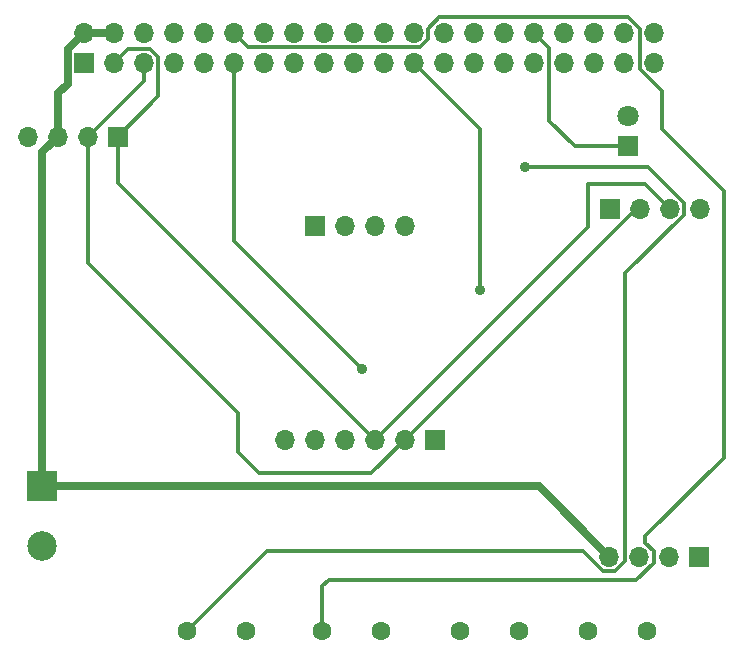
<source format=gtl>
G04 #@! TF.GenerationSoftware,KiCad,Pcbnew,(6.0.10-0)*
G04 #@! TF.CreationDate,2023-05-27T15:27:50-07:00*
G04 #@! TF.ProjectId,YonderDeep,596f6e64-6572-4446-9565-702e6b696361,rev?*
G04 #@! TF.SameCoordinates,Original*
G04 #@! TF.FileFunction,Copper,L1,Top*
G04 #@! TF.FilePolarity,Positive*
%FSLAX46Y46*%
G04 Gerber Fmt 4.6, Leading zero omitted, Abs format (unit mm)*
G04 Created by KiCad (PCBNEW (6.0.10-0)) date 2023-05-27 15:27:50*
%MOMM*%
%LPD*%
G01*
G04 APERTURE LIST*
G04 #@! TA.AperFunction,ComponentPad*
%ADD10R,2.500000X2.500000*%
G04 #@! TD*
G04 #@! TA.AperFunction,ComponentPad*
%ADD11C,2.500000*%
G04 #@! TD*
G04 #@! TA.AperFunction,ComponentPad*
%ADD12R,1.700000X1.700000*%
G04 #@! TD*
G04 #@! TA.AperFunction,ComponentPad*
%ADD13O,1.700000X1.700000*%
G04 #@! TD*
G04 #@! TA.AperFunction,ComponentPad*
%ADD14C,1.800000*%
G04 #@! TD*
G04 #@! TA.AperFunction,ComponentPad*
%ADD15R,1.800000X1.800000*%
G04 #@! TD*
G04 #@! TA.AperFunction,ComponentPad*
%ADD16C,1.600000*%
G04 #@! TD*
G04 #@! TA.AperFunction,ViaPad*
%ADD17C,0.900000*%
G04 #@! TD*
G04 #@! TA.AperFunction,Conductor*
%ADD18C,0.304800*%
G04 #@! TD*
G04 #@! TA.AperFunction,Conductor*
%ADD19C,0.635000*%
G04 #@! TD*
G04 APERTURE END LIST*
D10*
X104820000Y-84605000D03*
D11*
X104820000Y-89685000D03*
D12*
X111250000Y-55010000D03*
D13*
X108710000Y-55010000D03*
X106170000Y-55010000D03*
X103630000Y-55010000D03*
D14*
X154450000Y-53295000D03*
D15*
X154450000Y-55835000D03*
D16*
X151040000Y-96870000D03*
X156040000Y-96870000D03*
D12*
X160490000Y-90590000D03*
D13*
X157950000Y-90590000D03*
X155410000Y-90590000D03*
X152870000Y-90590000D03*
D12*
X127940000Y-62612381D03*
D13*
X130480000Y-62612381D03*
X133020000Y-62612381D03*
X135560000Y-62612381D03*
D16*
X140190000Y-96840000D03*
X145190000Y-96840000D03*
X117080000Y-96850000D03*
X122080000Y-96850000D03*
X128580000Y-96840000D03*
X133580000Y-96840000D03*
D12*
X152890000Y-61130000D03*
D13*
X155430000Y-61130000D03*
X157970000Y-61130000D03*
X160510000Y-61130000D03*
D12*
X138090000Y-80670000D03*
D13*
X135550000Y-80670000D03*
X133010000Y-80670000D03*
X130470000Y-80670000D03*
X127930000Y-80670000D03*
X125390000Y-80670000D03*
D12*
X108370000Y-48770000D03*
D13*
X108370000Y-46230000D03*
X110910000Y-48770000D03*
X110910000Y-46230000D03*
X113450000Y-48770000D03*
X113450000Y-46230000D03*
X115990000Y-48770000D03*
X115990000Y-46230000D03*
X118530000Y-48770000D03*
X118530000Y-46230000D03*
X121070000Y-48770000D03*
X121070000Y-46230000D03*
X123610000Y-48770000D03*
X123610000Y-46230000D03*
X126150000Y-48770000D03*
X126150000Y-46230000D03*
X128690000Y-48770000D03*
X128690000Y-46230000D03*
X131230000Y-48770000D03*
X131230000Y-46230000D03*
X133770000Y-48770000D03*
X133770000Y-46230000D03*
X136310000Y-48770000D03*
X136310000Y-46230000D03*
X138850000Y-48770000D03*
X138850000Y-46230000D03*
X141390000Y-48770000D03*
X141390000Y-46230000D03*
X143930000Y-48770000D03*
X143930000Y-46230000D03*
X146470000Y-48770000D03*
X146470000Y-46230000D03*
X149010000Y-48770000D03*
X149010000Y-46230000D03*
X151550000Y-48770000D03*
X151550000Y-46230000D03*
X154090000Y-48770000D03*
X154090000Y-46230000D03*
X156630000Y-48770000D03*
X156630000Y-46230000D03*
D17*
X145770000Y-57580000D03*
X141940000Y-67970000D03*
X131900000Y-74660000D03*
D18*
X154207600Y-90952851D02*
X154207600Y-66592851D01*
X152371949Y-91792400D02*
X153368051Y-91792400D01*
X156150000Y-57580000D02*
X145770000Y-57580000D01*
X150659549Y-90080000D02*
X152371949Y-91792400D01*
X154207600Y-66592851D02*
X159172400Y-61628051D01*
X159172400Y-61628051D02*
X159172400Y-60602400D01*
X153368051Y-91792400D02*
X154207600Y-90952851D01*
X159172400Y-60602400D02*
X156150000Y-57580000D01*
X149710000Y-90080000D02*
X150659549Y-90080000D01*
X157290000Y-51130451D02*
X157290000Y-54363838D01*
X122272400Y-47432400D02*
X136808051Y-47432400D01*
X138449549Y-44930000D02*
X154490451Y-44930000D01*
X121070000Y-46230000D02*
X122272400Y-47432400D01*
X154490451Y-44930000D02*
X155427600Y-45867149D01*
X137512400Y-46728051D02*
X137512400Y-45867149D01*
X155427600Y-45867149D02*
X155427600Y-49268051D01*
X155427600Y-49268051D02*
X157290000Y-51130451D01*
X136808051Y-47432400D02*
X137512400Y-46728051D01*
X157290000Y-54363838D02*
X162550000Y-59623838D01*
X137512400Y-45867149D02*
X138449549Y-44930000D01*
X162550000Y-59623838D02*
X162550000Y-82224800D01*
X162550000Y-82224800D02*
X155908051Y-88866749D01*
X155908051Y-88866749D02*
X155908051Y-89387600D01*
X155908051Y-89387600D02*
X156612400Y-90091949D01*
X156612400Y-90091949D02*
X156612400Y-91088051D01*
X156612400Y-91088051D02*
X155140451Y-92560000D01*
X155140451Y-92560000D02*
X129100000Y-92560000D01*
X124400000Y-90080000D02*
X149710000Y-90080000D01*
X117080000Y-96850000D02*
X123850000Y-90080000D01*
X123850000Y-90080000D02*
X124400000Y-90080000D01*
X110910000Y-48770000D02*
X112112400Y-47567600D01*
X114652400Y-48271949D02*
X114652400Y-51607600D01*
X112112400Y-47567600D02*
X113948051Y-47567600D01*
X114652400Y-51607600D02*
X111250000Y-55010000D01*
X113948051Y-47567600D02*
X114652400Y-48271949D01*
X128580000Y-96840000D02*
X128580000Y-93080000D01*
X128580000Y-93080000D02*
X129110000Y-92550000D01*
D19*
X104820000Y-84605000D02*
X146885000Y-84605000D01*
X146885000Y-84605000D02*
X152870000Y-90590000D01*
X104820000Y-84605000D02*
X104820000Y-56360000D01*
X104820000Y-56360000D02*
X106170000Y-55010000D01*
D18*
X141940000Y-54400000D02*
X141940000Y-67970000D01*
X136310000Y-48770000D02*
X141940000Y-54400000D01*
X121070000Y-63830000D02*
X131900000Y-74660000D01*
X121070000Y-48770000D02*
X121070000Y-63830000D01*
X108710000Y-55010000D02*
X108710000Y-65690451D01*
X108710000Y-65690451D02*
X121460000Y-78440451D01*
X121460000Y-78440451D02*
X121460000Y-81730000D01*
X121460000Y-81730000D02*
X123230000Y-83500000D01*
X123230000Y-83500000D02*
X132720000Y-83500000D01*
X132720000Y-83500000D02*
X135550000Y-80670000D01*
X135550000Y-80670000D02*
X155090000Y-61130000D01*
X155090000Y-61130000D02*
X155430000Y-61130000D01*
X151030000Y-62650000D02*
X151030000Y-59050000D01*
X155890000Y-59050000D02*
X157970000Y-61130000D01*
X133010000Y-80670000D02*
X151030000Y-62650000D01*
X151030000Y-59050000D02*
X155890000Y-59050000D01*
X111250000Y-55010000D02*
X111250000Y-58910000D01*
X111250000Y-58910000D02*
X133010000Y-80670000D01*
X108710000Y-55010000D02*
X113450000Y-50270000D01*
X113450000Y-50270000D02*
X113450000Y-48770000D01*
D19*
X106170000Y-55010000D02*
X106170000Y-51360000D01*
X106170000Y-51360000D02*
X107002500Y-50527500D01*
X107002500Y-50527500D02*
X107002500Y-47597500D01*
X107002500Y-47597500D02*
X108370000Y-46230000D01*
D18*
X146470000Y-46230000D02*
X147750000Y-47510000D01*
X147750000Y-47510000D02*
X147750000Y-53660000D01*
X149925000Y-55835000D02*
X154450000Y-55835000D01*
X147750000Y-53660000D02*
X149925000Y-55835000D01*
D19*
X108370000Y-46230000D02*
X110910000Y-46230000D01*
M02*

</source>
